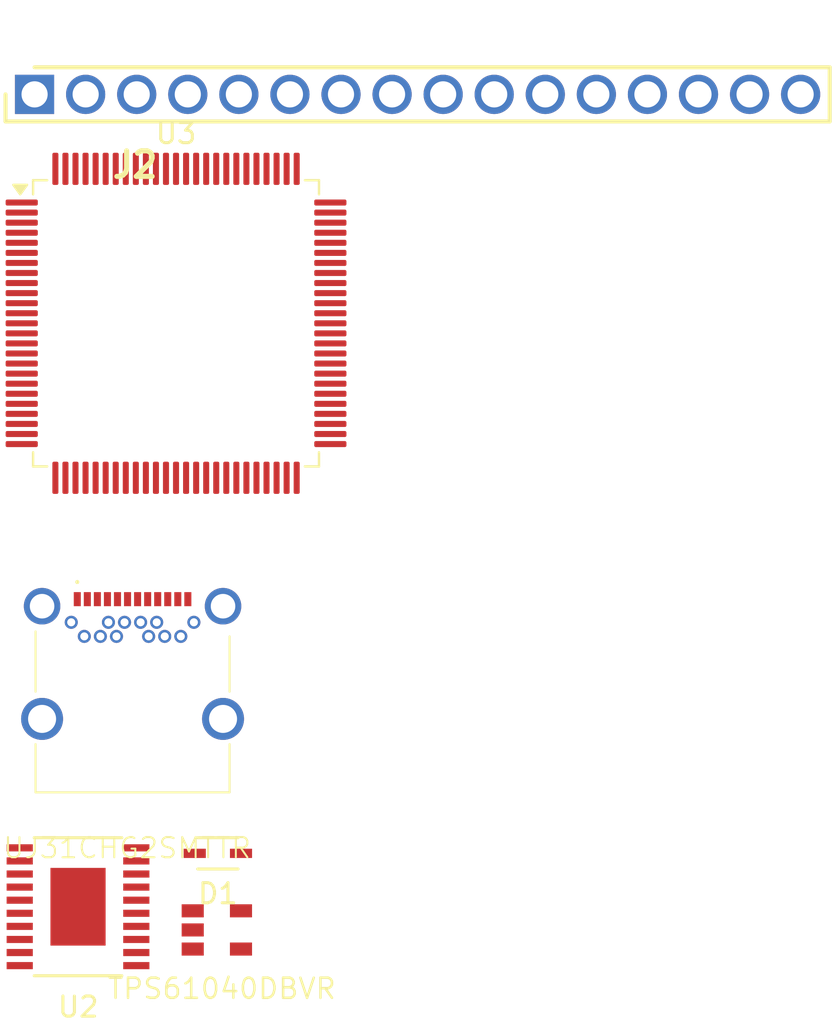
<source format=kicad_pcb>
(kicad_pcb (version 20241229) (generator "pcbnew") (generator_version "9.0")
  (layers (0 "F.Cu" signal) (2 "B.Cu" signal) (13 "F.Paste" user) (15 "B.Paste" user) (5 "F.SilkS" user "F.Silkscreen") (7 "B.SilkS" user "B.Silkscreen") (1 "F.Mask" user) (3 "B.Mask" user) (25 "Edge.Cuts" user))
  (net 0 "")
  (net 1 "VCC_12V")
  (net 2 "Net-(U1-SW)")
  (net 5 "GND")
  (net 7 "Net-(J1-CC1)")
  (net 8 "/USB_OTG_FS_DP")
  (net 9 "VBUS")
  (net 11 "/USB_OTG_FS_DN")
  (net 12 "Net-(J1-CC2)")
  (net 13 "+5V")
  (net 15 "Net-(U1-FB)")
  (net 16 "+3V31")
  (net 17 "Net-(U2-BYP2)")
  (net 19 "Net-(U2-BYP1)")
  (net 23 "Net-(U2-PWRGD1)")
  (net 24 "Net-(U2-ADJ1)")
  (net 26 "+1V22")
  (net 27 "Net-(U2-PWRGD2)")
  (net 56 "Net-(U3-VSS-Pad10)")
  (footprint "Custom:CUS10S40H3F" (layer "F.Cu") (at 37.351199 82.245201)
    (property "Reference" "D1" (at 0 2 0) (layer "F.SilkS"))
    (property "Value" "CUS10S40H3F" (hide yes))
    (fp_line (start -1.002 0.777) (end 1.002 0.777) (stroke (width 0.1524)) (layer "F.SilkS"))
    (fp_line (start 1.002 -0.777) (end -1.002 -0.777) (stroke (width 0.1524)) (layer "F.SilkS"))
    (pad "1" smd rect (at -1.15 0) (size 1.099999 0.46) (layers "F.Cu" "F.Mask" "F.Paste") (net 1 "VCC_12V"))
    (pad "2" smd rect (at 1.15 0) (size 1.099999 0.46) (layers "F.Cu" "F.Mask" "F.Paste") (net 2 "Net-(U1-SW)"))
  )
  (footprint "Package_QFP:LQFP-100_14x14mm_P0.5mm" (layer "F.Cu") (at 35.269999 55.910001)
    (property "Reference" "U3" (at 0 -9.43 0) (layer "F.SilkS"))
    (property "Value" "STM32F407VGTx")
    (fp_line (start -7.11 -7.11) (end -6.41 -7.11) (stroke (width 0.12)) (layer "F.SilkS"))
    (fp_line (start -7.11 -6.41) (end -7.11 -7.11) (stroke (width 0.12)) (layer "F.SilkS"))
    (fp_line (start -7.11 7.11) (end -7.11 6.41) (stroke (width 0.12)) (layer "F.SilkS"))
    (fp_line (start -6.41 7.11) (end -7.11 7.11) (stroke (width 0.12)) (layer "F.SilkS"))
    (fp_line (start 6.41 -7.11) (end 7.11 -7.11) (stroke (width 0.12)) (layer "F.SilkS"))
    (fp_line (start 7.11 -7.11) (end 7.11 -6.41) (stroke (width 0.12)) (layer "F.SilkS"))
    (fp_line (start 7.11 6.41) (end 7.11 7.11) (stroke (width 0.12)) (layer "F.SilkS"))
    (fp_line (start 7.11 7.11) (end 6.41 7.11) (stroke (width 0.12)) (layer "F.SilkS"))
    (fp_poly (pts (xy -7.75 -6.41) (xy -8.09 -6.88) (xy -7.41 -6.88)) (stroke (width 0.12)) (fill yes) (layer "F.SilkS"))
    (pad "1" smd roundrect (at -7.675 -6) (size 1.6 0.3) (layers "F.Cu" "F.Mask" "F.Paste"))
    (pad "2" smd roundrect (at -7.675 -5.5) (size 1.6 0.3) (layers "F.Cu" "F.Mask" "F.Paste"))
    (pad "3" smd roundrect (at -7.675 -5) (size 1.6 0.3) (layers "F.Cu" "F.Mask" "F.Paste"))
    (pad "4" smd roundrect (at -7.675 -4.5) (size 1.6 0.3) (layers "F.Cu" "F.Mask" "F.Paste"))
    (pad "5" smd roundrect (at -7.675 -4) (size 1.6 0.3) (layers "F.Cu" "F.Mask" "F.Paste"))
    (pad "6" smd roundrect (at -7.675 -3.5) (size 1.6 0.3) (layers "F.Cu" "F.Mask" "F.Paste"))
    (pad "7" smd roundrect (at -7.675 -3) (size 1.6 0.3) (layers "F.Cu" "F.Mask" "F.Paste"))
    (pad "8" smd roundrect (at -7.675 -2.5) (size 1.6 0.3) (layers "F.Cu" "F.Mask" "F.Paste"))
    (pad "9" smd roundrect (at -7.675 -2) (size 1.6 0.3) (layers "F.Cu" "F.Mask" "F.Paste"))
    (pad "10" smd roundrect (at -7.675 -1.5) (size 1.6 0.3) (layers "F.Cu" "F.Mask" "F.Paste") (net 56 "Net-(U3-VSS-Pad10)"))
    (pad "11" smd roundrect (at -7.675 -1) (size 1.6 0.3) (layers "F.Cu" "F.Mask" "F.Paste"))
    (pad "12" smd roundrect (at -7.675 -0.5) (size 1.6 0.3) (layers "F.Cu" "F.Mask" "F.Paste"))
    (pad "13" smd roundrect (at -7.675 0) (size 1.6 0.3) (layers "F.Cu" "F.Mask" "F.Paste"))
    (pad "14" smd roundrect (at -7.675 0.5) (size 1.6 0.3) (layers "F.Cu" "F.Mask" "F.Paste"))
    (pad "15" smd roundrect (at -7.675 1) (size 1.6 0.3) (layers "F.Cu" "F.Mask" "F.Paste"))
    (pad "16" smd roundrect (at -7.675 1.5) (size 1.6 0.3) (layers "F.Cu" "F.Mask" "F.Paste"))
    (pad "17" smd roundrect (at -7.675 2) (size 1.6 0.3) (layers "F.Cu" "F.Mask" "F.Paste"))
    (pad "18" smd roundrect (at -7.675 2.5) (size 1.6 0.3) (layers "F.Cu" "F.Mask" "F.Paste"))
    (pad "19" smd roundrect (at -7.675 3) (size 1.6 0.3) (layers "F.Cu" "F.Mask" "F.Paste"))
    (pad "20" smd roundrect (at -7.675 3.5) (size 1.6 0.3) (layers "F.Cu" "F.Mask" "F.Paste"))
    (pad "21" smd roundrect (at -7.675 4) (size 1.6 0.3) (layers "F.Cu" "F.Mask" "F.Paste"))
    (pad "22" smd roundrect (at -7.675 4.5) (size 1.6 0.3) (layers "F.Cu" "F.Mask" "F.Paste"))
    (pad "23" smd roundrect (at -7.675 5) (size 1.6 0.3) (layers "F.Cu" "F.Mask" "F.Paste"))
    (pad "24" smd roundrect (at -7.675 5.5) (size 1.6 0.3) (layers "F.Cu" "F.Mask" "F.Paste"))
    (pad "25" smd roundrect (at -7.675 6) (size 1.6 0.3) (layers "F.Cu" "F.Mask" "F.Paste"))
    (pad "26" smd roundrect (at -6 7.675) (size 0.3 1.6) (layers "F.Cu" "F.Mask" "F.Paste"))
    (pad "27" smd roundrect (at -5.5 7.675) (size 0.3 1.6) (layers "F.Cu" "F.Mask" "F.Paste") (net 56 "Net-(U3-VSS-Pad10)"))
    (pad "28" smd roundrect (at -5 7.675) (size 0.3 1.6) (layers "F.Cu" "F.Mask" "F.Paste"))
    (pad "29" smd roundrect (at -4.5 7.675) (size 0.3 1.6) (layers "F.Cu" "F.Mask" "F.Paste"))
    (pad "30" smd roundrect (at -4 7.675) (size 0.3 1.6) (layers "F.Cu" "F.Mask" "F.Paste"))
    (pad "31" smd roundrect (at -3.5 7.675) (size 0.3 1.6) (layers "F.Cu" "F.Mask" "F.Paste"))
    (pad "32" smd roundrect (at -3 7.675) (size 0.3 1.6) (layers "F.Cu" "F.Mask" "F.Paste"))
    (pad "33" smd roundrect (at -2.5 7.675) (size 0.3 1.6) (layers "F.Cu" "F.Mask" "F.Paste"))
    (pad "34" smd roundrect (at -2 7.675) (size 0.3 1.6) (layers "F.Cu" "F.Mask" "F.Paste"))
    (pad "35" smd roundrect (at -1.5 7.675) (size 0.3 1.6) (layers "F.Cu" "F.Mask" "F.Paste"))
    (pad "36" smd roundrect (at -1 7.675) (size 0.3 1.6) (layers "F.Cu" "F.Mask" "F.Paste"))
    (pad "37" smd roundrect (at -0.5 7.675) (size 0.3 1.6) (layers "F.Cu" "F.Mask" "F.Paste"))
    (pad "38" smd roundrect (at 0 7.675) (size 0.3 1.6) (layers "F.Cu" "F.Mask" "F.Paste"))
    (pad "39" smd roundrect (at 0.5 7.675) (size 0.3 1.6) (layers "F.Cu" "F.Mask" "F.Paste"))
    (pad "40" smd roundrect (at 1 7.675) (size 0.3 1.6) (layers "F.Cu" "F.Mask" "F.Paste"))
    (pad "41" smd roundrect (at 1.5 7.675) (size 0.3 1.6) (layers "F.Cu" "F.Mask" "F.Paste"))
    (pad "42" smd roundrect (at 2 7.675) (size 0.3 1.6) (layers "F.Cu" "F.Mask" "F.Paste"))
    (pad "43" smd roundrect (at 2.5 7.675) (size 0.3 1.6) (layers "F.Cu" "F.Mask" "F.Paste"))
    (pad "44" smd roundrect (at 3 7.675) (size 0.3 1.6) (layers "F.Cu" "F.Mask" "F.Paste"))
    (pad "45" smd roundrect (at 3.5 7.675) (size 0.3 1.6) (layers "F.Cu" "F.Mask" "F.Paste"))
    (pad "46" smd roundrect (at 4 7.675) (size 0.3 1.6) (layers "F.Cu" "F.Mask" "F.Paste"))
    (pad "47" smd roundrect (at 4.5 7.675) (size 0.3 1.6) (layers "F.Cu" "F.Mask" "F.Paste"))
    (pad "48" smd roundrect (at 5 7.675) (size 0.3 1.6) (layers "F.Cu" "F.Mask" "F.Paste"))
    (pad "49" smd roundrect (at 5.5 7.675) (size 0.3 1.6) (layers "F.Cu" "F.Mask" "F.Paste"))
    (pad "50" smd roundrect (at 6 7.675) (size 0.3 1.6) (layers "F.Cu" "F.Mask" "F.Paste"))
    (pad "51" smd roundrect (at 7.675 6) (size 1.6 0.3) (layers "F.Cu" "F.Mask" "F.Paste"))
    (pad "52" smd roundrect (at 7.675 5.5) (size 1.6 0.3) (layers "F.Cu" "F.Mask" "F.Paste"))
    (pad "53" smd roundrect (at 7.675 5) (size 1.6 0.3) (layers "F.Cu" "F.Mask" "F.Paste"))
    (pad "54" smd roundrect (at 7.675 4.5) (size 1.6 0.3) (layers "F.Cu" "F.Mask" "F.Paste"))
    (pad "55" smd roundrect (at 7.675 4) (size 1.6 0.3) (layers "F.Cu" "F.Mask" "F.Paste"))
    (pad "56" smd roundrect (at 7.675 3.5) (size 1.6 0.3) (layers "F.Cu" "F.Mask" "F.Paste"))
    (pad "57" smd roundrect (at 7.675 3) (size 1.6 0.3) (layers "F.Cu" "F.Mask" "F.Paste"))
    (pad "58" smd roundrect (at 7.675 2.5) (size 1.6 0.3) (layers "F.Cu" "F.Mask" "F.Paste"))
    (pad "59" smd roundrect (at 7.675 2) (size 1.6 0.3) (layers "F.Cu" "F.Mask" "F.Paste"))
    (pad "60" smd roundrect (at 7.675 1.5) (size 1.6 0.3) (layers "F.Cu" "F.Mask" "F.Paste"))
    (pad "61" smd roundrect (at 7.675 1) (size 1.6 0.3) (layers "F.Cu" "F.Mask" "F.Paste"))
    (pad "62" smd roundrect (at 7.675 0.5) (size 1.6 0.3) (layers "F.Cu" "F.Mask" "F.Paste"))
    (pad "63" smd roundrect (at 7.675 0) (size 1.6 0.3) (layers "F.Cu" "F.Mask" "F.Paste"))
    (pad "64" smd roundrect (at 7.675 -0.5) (size 1.6 0.3) (layers "F.Cu" "F.Mask" "F.Paste"))
    (pad "65" smd roundrect (at 7.675 -1) (size 1.6 0.3) (layers "F.Cu" "F.Mask" "F.Paste"))
    (pad "66" smd roundrect (at 7.675 -1.5) (size 1.6 0.3) (layers "F.Cu" "F.Mask" "F.Paste"))
    (pad "67" smd roundrect (at 7.675 -2) (size 1.6 0.3) (layers "F.Cu" "F.Mask" "F.Paste"))
    (pad "68" smd roundrect (at 7.675 -2.5) (size 1.6 0.3) (layers "F.Cu" "F.Mask" "F.Paste"))
    (pad "69" smd roundrect (at 7.675 -3) (size 1.6 0.3) (layers "F.Cu" "F.Mask" "F.Paste"))
    (pad "70" smd roundrect (at 7.675 -3.5) (size 1.6 0.3) (layers "F.Cu" "F.Mask" "F.Paste"))
    (pad "71" smd roundrect (at 7.675 -4) (size 1.6 0.3) (layers "F.Cu" "F.Mask" "F.Paste"))
    (pad "72" smd roundrect (at 7.675 -4.5) (size 1.6 0.3) (layers "F.Cu" "F.Mask" "F.Paste"))
    (pad "73" smd roundrect (at 7.675 -5) (size 1.6 0.3) (layers "F.Cu" "F.Mask" "F.Paste"))
    (pad "74" smd roundrect (at 7.675 -5.5) (size 1.6 0.3) (layers "F.Cu" "F.Mask" "F.Paste") (net 56 "Net-(U3-VSS-Pad10)"))
    (pad "75" smd roundrect (at 7.675 -6) (size 1.6 0.3) (layers "F.Cu" "F.Mask" "F.Paste"))
    (pad "76" smd roundrect (at 6 -7.675) (size 0.3 1.6) (layers "F.Cu" "F.Mask" "F.Paste"))
    (pad "77" smd roundrect (at 5.5 -7.675) (size 0.3 1.6) (layers "F.Cu" "F.Mask" "F.Paste"))
    (pad "78" smd roundrect (at 5 -7.675) (size 0.3 1.6) (layers "F.Cu" "F.Mask" "F.Paste"))
    (pad "79" smd roundrect (at 4.5 -7.675) (size 0.3 1.6) (layers "F.Cu" "F.Mask" "F.Paste"))
    (pad "80" smd roundrect (at 4 -7.675) (size 0.3 1.6) (layers "F.Cu" "F.Mask" "F.Paste"))
    (pad "81" smd roundrect (at 3.5 -7.675) (size 0.3 1.6) (layers "F.Cu" "F.Mask" "F.Paste"))
    (pad "82" smd roundrect (at 3 -7.675) (size 0.3 1.6) (layers "F.Cu" "F.Mask" "F.Paste"))
    (pad "83" smd roundrect (at 2.5 -7.675) (size 0.3 1.6) (layers "F.Cu" "F.Mask" "F.Paste"))
    (pad "84" smd roundrect (at 2 -7.675) (size 0.3 1.6) (layers "F.Cu" "F.Mask" "F.Paste"))
    (pad "85" smd roundrect (at 1.5 -7.675) (size 0.3 1.6) (layers "F.Cu" "F.Mask" "F.Paste"))
    (pad "86" smd roundrect (at 1 -7.675) (size 0.3 1.6) (layers "F.Cu" "F.Mask" "F.Paste"))
    (pad "87" smd roundrect (at 0.5 -7.675) (size 0.3 1.6) (layers "F.Cu" "F.Mask" "F.Paste"))
    (pad "88" smd roundrect (at 0 -7.675) (size 0.3 1.6) (layers "F.Cu" "F.Mask" "F.Paste"))
    (pad "89" smd roundrect (at -0.5 -7.675) (size 0.3 1.6) (layers "F.Cu" "F.Mask" "F.Paste"))
    (pad "90" smd roundrect (at -1 -7.675) (size 0.3 1.6) (layers "F.Cu" "F.Mask" "F.Paste"))
    (pad "91" smd roundrect (at -1.5 -7.675) (size 0.3 1.6) (layers "F.Cu" "F.Mask" "F.Paste"))
    (pad "92" smd roundrect (at -2 -7.675) (size 0.3 1.6) (layers "F.Cu" "F.Mask" "F.Paste"))
    (pad "93" smd roundrect (at -2.5 -7.675) (size 0.3 1.6) (layers "F.Cu" "F.Mask" "F.Paste"))
    (pad "94" smd roundrect (at -3 -7.675) (size 0.3 1.6) (layers "F.Cu" "F.Mask" "F.Paste"))
    (pad "95" smd roundrect (at -3.5 -7.675) (size 0.3 1.6) (layers "F.Cu" "F.Mask" "F.Paste"))
    (pad "96" smd roundrect (at -4 -7.675) (size 0.3 1.6) (layers "F.Cu" "F.Mask" "F.Paste"))
    (pad "97" smd roundrect (at -4.5 -7.675) (size 0.3 1.6) (layers "F.Cu" "F.Mask" "F.Paste"))
    (pad "98" smd roundrect (at -5 -7.675) (size 0.3 1.6) (layers "F.Cu" "F.Mask" "F.Paste"))
    (pad "99" smd roundrect (at -5.5 -7.675) (size 0.3 1.6) (layers "F.Cu" "F.Mask" "F.Paste") (net 56 "Net-(U3-VSS-Pad10)"))
    (pad "100" smd roundrect (at -6 -7.675) (size 0.3 1.6) (layers "F.Cu" "F.Mask" "F.Paste"))
  )
  (footprint "Custom:61301611121" (layer "F.Cu") (at 28.234999 44.535001)
    (property "Reference" "J2" (at 5 3.5 0) (layer "F.SilkS") (effects (font (size 1.27 1.27) (thickness 0.254))))
    (property "Value" "61301611121" (hide yes))
    (fp_line (start -1.445 0) (end -1.445 1.345) (stroke (width 0.2)) (layer "F.SilkS"))
    (fp_line (start -1.445 1.345) (end 39.545 1.345) (stroke (width 0.2)) (layer "F.SilkS"))
    (fp_line (start 39.545 -1.345) (end 0 -1.345) (stroke (width 0.2)) (layer "F.SilkS"))
    (fp_line (start 39.545 1.345) (end 39.545 -1.345) (stroke (width 0.2)) (layer "F.SilkS"))
    (pad "1" thru_hole rect (at 0 0) (size 1.95 1.95) (drill 1.3) (layers "*.Cu" "*.Mask"))
    (pad "2" thru_hole circle (at 2.54 0) (size 1.95 1.95) (drill 1.3) (layers "*.Cu" "*.Mask"))
    (pad "3" thru_hole circle (at 5.08 0) (size 1.95 1.95) (drill 1.3) (layers "*.Cu" "*.Mask"))
    (pad "4" thru_hole circle (at 7.62 0) (size 1.95 1.95) (drill 1.3) (layers "*.Cu" "*.Mask"))
    (pad "5" thru_hole circle (at 10.16 0) (size 1.95 1.95) (drill 1.3) (layers "*.Cu" "*.Mask"))
    (pad "6" thru_hole circle (at 12.7 0) (size 1.95 1.95) (drill 1.3) (layers "*.Cu" "*.Mask"))
    (pad "7" thru_hole circle (at 15.24 0) (size 1.95 1.95) (drill 1.3) (layers "*.Cu" "*.Mask"))
    (pad "8" thru_hole circle (at 17.78 0) (size 1.95 1.95) (drill 1.3) (layers "*.Cu" "*.Mask"))
    (pad "9" thru_hole circle (at 20.32 0) (size 1.95 1.95) (drill 1.3) (layers "*.Cu" "*.Mask"))
    (pad "10" thru_hole circle (at 22.86 0) (size 1.95 1.95) (drill 1.3) (layers "*.Cu" "*.Mask"))
    (pad "11" thru_hole circle (at 25.4 0) (size 1.95 1.95) (drill 1.3) (layers "*.Cu" "*.Mask"))
    (pad "12" thru_hole circle (at 27.94 0) (size 1.95 1.95) (drill 1.3) (layers "*.Cu" "*.Mask"))
    (pad "13" thru_hole circle (at 30.48 0) (size 1.95 1.95) (drill 1.3) (layers "*.Cu" "*.Mask"))
    (pad "14" thru_hole circle (at 33.02 0) (size 1.95 1.95) (drill 1.3) (layers "*.Cu" "*.Mask"))
    (pad "15" thru_hole circle (at 35.56 0) (size 1.95 1.95) (drill 1.3) (layers "*.Cu" "*.Mask"))
    (pad "16" thru_hole circle (at 38.1 0) (size 1.95 1.95) (drill 1.3) (layers "*.Cu" "*.Mask"))
  )
  (footprint "Custom:UJ31CHG2SMTTR" (layer "F.Cu") (at 33.107999 75.565001)
    (property "Reference" "J1" (hide yes))
    (property "Value" "UJ31CHG2SMTTR" (hide yes))
    (fp_line (start -4.825 -4.35) (end -4.825 -1.35) (stroke (width 0.1)) (layer "F.SilkS"))
    (fp_line (start -4.825 1.25) (end -4.825 3.65) (stroke (width 0.1)) (layer "F.SilkS"))
    (fp_line (start -4.825 3.65) (end 4.825 3.65) (stroke (width 0.1)) (layer "F.SilkS"))
    (fp_line (start -2.75 -6.85) (end -2.75 -6.85) (stroke (width 0.1)) (layer "F.SilkS"))
    (fp_line (start -2.75 -6.75) (end -2.75 -6.75) (stroke (width 0.1)) (layer "F.SilkS"))
    (fp_line (start 4.825 -4.1) (end 4.825 -1.35) (stroke (width 0.1)) (layer "F.SilkS"))
    (fp_line (start 4.825 3.65) (end 4.825 1.25) (stroke (width 0.1)) (layer "F.SilkS"))
    (fp_arc (start -2.75 -6.85) (mid -2.7 -6.8) (end -2.75 -6.75) (stroke (width 0.1)) (layer "F.SilkS"))
    (fp_arc (start -2.75 -6.75) (mid -2.8 -6.8) (end -2.75 -6.85) (stroke (width 0.1)) (layer "F.SilkS"))
    (fp_text user "UJ31CHG2SMTTR" (at -6.5 7 0) (layer "F.SilkS") (effects (font (thickness 0.1)) (justify left bottom)))
    (pad "" np_thru_hole circle (at -3.725 -4.1) (size 0.65 0.65) (drill 0.65) (layers "*.Cu" "*.Mask"))
    (pad "" np_thru_hole circle (at 3.725 -4.1) (size 1.15 1.15) (drill 1.15) (layers "*.Cu" "*.Mask"))
    (pad "A1" smd rect (at -2.75 -5.95) (size 0.35 0.7) (layers "F.Cu" "F.Mask" "F.Paste") (net 5 "GND"))
    (pad "A2" smd rect (at -2.25 -5.95) (size 0.35 0.7) (layers "F.Cu" "F.Mask" "F.Paste"))
    (pad "A3" smd rect (at -1.75 -5.95) (size 0.35 0.7) (layers "F.Cu" "F.Mask" "F.Paste"))
    (pad "A4" smd rect (at -1.25 -5.95) (size 0.35 0.7) (layers "F.Cu" "F.Mask" "F.Paste") (net 9 "VBUS"))
    (pad "A5" smd rect (at -0.75 -5.95) (size 0.35 0.7) (layers "F.Cu" "F.Mask" "F.Paste") (net 7 "Net-(J1-CC1)"))
    (pad "A6" smd rect (at -0.25 -5.95) (size 0.35 0.7) (layers "F.Cu" "F.Mask" "F.Paste") (net 8 "/USB_OTG_FS_DP"))
    (pad "A7" smd rect (at 0.25 -5.95) (size 0.35 0.7) (layers "F.Cu" "F.Mask" "F.Paste") (net 11 "/USB_OTG_FS_DN"))
    (pad "A8" smd rect (at 0.75 -5.95) (size 0.35 0.7) (layers "F.Cu" "F.Mask" "F.Paste"))
    (pad "A9" smd rect (at 1.25 -5.95) (size 0.35 0.7) (layers "F.Cu" "F.Mask" "F.Paste") (net 9 "VBUS"))
    (pad "A10" smd rect (at 1.75 -5.95) (size 0.35 0.7) (layers "F.Cu" "F.Mask" "F.Paste"))
    (pad "A11" smd rect (at 2.25 -5.95) (size 0.35 0.7) (layers "F.Cu" "F.Mask" "F.Paste"))
    (pad "A12" smd rect (at 2.75 -5.95) (size 0.35 0.7) (layers "F.Cu" "F.Mask" "F.Paste") (net 5 "GND"))
    (pad "B1" thru_hole circle (at 3.05 -4.8) (size 0.65 0.65) (drill 0.4) (layers "*.Cu" "*.Mask") (net 5 "GND"))
    (pad "B2" thru_hole circle (at 2.4 -4.1) (size 0.65 0.65) (drill 0.4) (layers "*.Cu" "*.Mask"))
    (pad "B3" thru_hole circle (at 1.6 -4.1) (size 0.65 0.65) (drill 0.4) (layers "*.Cu" "*.Mask"))
    (pad "B4" thru_hole circle (at 1.2 -4.8) (size 0.65 0.65) (drill 0.4) (layers "*.Cu" "*.Mask") (net 9 "VBUS"))
    (pad "B5" thru_hole circle (at 0.8 -4.1) (size 0.65 0.65) (drill 0.4) (layers "*.Cu" "*.Mask") (net 12 "Net-(J1-CC2)"))
    (pad "B6" thru_hole circle (at 0.4 -4.8) (size 0.65 0.65) (drill 0.4) (layers "*.Cu" "*.Mask") (net 8 "/USB_OTG_FS_DP"))
    (pad "B7" thru_hole circle (at -0.4 -4.8) (size 0.65 0.65) (drill 0.4) (layers "*.Cu" "*.Mask") (net 11 "/USB_OTG_FS_DN"))
    (pad "B8" thru_hole circle (at -0.8 -4.1) (size 0.65 0.65) (drill 0.4) (layers "*.Cu" "*.Mask"))
    (pad "B9" thru_hole circle (at -1.2 -4.8) (size 0.65 0.65) (drill 0.4) (layers "*.Cu" "*.Mask") (net 9 "VBUS"))
    (pad "B10" thru_hole circle (at -1.6 -4.1) (size 0.65 0.65) (drill 0.4) (layers "*.Cu" "*.Mask"))
    (pad "B11" thru_hole circle (at -2.4 -4.1) (size 0.65 0.65) (drill 0.4) (layers "*.Cu" "*.Mask"))
    (pad "B12" thru_hole circle (at -3.05 -4.8) (size 0.65 0.65) (drill 0.4) (layers "*.Cu" "*.Mask") (net 5 "GND"))
    (pad "S1" thru_hole circle (at -4.5 -5.6) (size 1.815 1.815) (drill 1.22) (layers "*.Cu" "*.Mask") (net 5 "GND"))
    (pad "S2" thru_hole circle (at -4.5 0) (size 2.085 2.085) (drill 1.393) (layers "*.Cu" "*.Mask") (net 5 "GND"))
    (pad "S3" thru_hole circle (at 4.5 0) (size 2.085 2.085) (drill 1.393) (layers "*.Cu" "*.Mask") (net 5 "GND"))
    (pad "S4" thru_hole circle (at 4.5 -5.6) (size 1.815 1.815) (drill 1.22) (layers "*.Cu" "*.Mask") (net 5 "GND"))
  )
  (footprint "Custom:TPS61040DBVR" (layer "F.Cu") (at 37.3 86.050002)
    (property "Reference" "U1" (hide yes))
    (property "Value" "TPS61040DBVR" (hide yes))
    (fp_text user "TPS61040DBVR" (at -5.5 3.5 0) (layer "F.SilkS") (effects (font (thickness 0.125)) (justify left bottom)))
    (pad "1" smd rect (at -1.2 -0.950001 90) (size 0.650001 1.1) (layers "F.Cu" "F.Mask" "F.Paste") (net 2 "Net-(U1-SW)"))
    (pad "2" smd rect (at -1.2 0 90) (size 0.650001 1.1) (layers "F.Cu" "F.Mask" "F.Paste") (net 5 "GND"))
    (pad "3" smd rect (at -1.2 0.949998 90) (size 0.650001 1.1) (layers "F.Cu" "F.Mask" "F.Paste") (net 15 "Net-(U1-FB)"))
    (pad "4" smd rect (at 1.2 0.949998 90) (size 0.650001 1.1) (layers "F.Cu" "F.Mask" "F.Paste") (net 13 "+5V"))
    (pad "5" smd rect (at 1.2 -0.950001 90) (size 0.650001 1.1) (layers "F.Cu" "F.Mask" "F.Paste") (net 13 "+5V"))
  )
  (footprint "Custom:LT8302ES8ETRPBF" (layer "F.Cu") (at 30.395598 84.897201)
    (property "Reference" "U2" (at 0.01 4.98 0) (layer "F.SilkS"))
    (property "Value" "LT3030EFETRPBF" (hide yes))
    (fp_line (start -2.17896 3.429) (end 2.17896 3.429) (stroke (width 0.1524)) (layer "F.SilkS"))
    (fp_line (start 2.17896 -3.429) (end -2.17896 -3.429) (stroke (width 0.1524)) (layer "F.SilkS"))
    (pad "1" smd rect (at -2.899148 -2.92608) (size 1.302499 0.3548) (layers "F.Cu" "F.Mask" "F.Paste") (net 24 "Net-(U2-ADJ1)"))
    (pad "2" smd rect (at -2.899148 -2.27584) (size 1.302499 0.3548) (layers "F.Cu" "F.Mask" "F.Paste") (net 19 "Net-(U2-BYP1)"))
    (pad "3" smd rect (at -2.899148 -1.6256) (size 1.302499 0.3548) (layers "F.Cu" "F.Mask" "F.Paste") (net 16 "+3V31"))
    (pad "4" smd rect (at -2.899148 -0.97536) (size 1.302499 0.3548) (layers "F.Cu" "F.Mask" "F.Paste") (net 16 "+3V31"))
    (pad "5" smd rect (at -2.899148 -0.32512) (size 1.302499 0.3548) (layers "F.Cu" "F.Mask" "F.Paste") (net 5 "GND"))
    (pad "6" smd rect (at -2.899148 0.32512) (size 1.302499 0.3548) (layers "F.Cu" "F.Mask" "F.Paste") (net 5 "GND"))
    (pad "7" smd rect (at -2.899148 0.97536) (size 1.302499 0.3548) (layers "F.Cu" "F.Mask" "F.Paste") (net 26 "+1V22"))
    (pad "8" smd rect (at -2.899148 1.6256) (size 1.302499 0.3548) (layers "F.Cu" "F.Mask" "F.Paste") (net 26 "+1V22"))
    (pad "9" smd rect (at -2.899148 2.27584) (size 1.302499 0.3548) (layers "F.Cu" "F.Mask" "F.Paste") (net 17 "Net-(U2-BYP2)"))
    (pad "10" smd rect (at -2.899148 2.92608) (size 1.302499 0.3548) (layers "F.Cu" "F.Mask" "F.Paste") (net 26 "+1V22"))
    (pad "11" smd rect (at 2.899148 2.92608) (size 1.302499 0.3548) (layers "F.Cu" "F.Mask" "F.Paste") (net 13 "+5V"))
    (pad "12" smd rect (at 2.899148 2.27584) (size 1.302499 0.3548) (layers "F.Cu" "F.Mask" "F.Paste") (net 27 "Net-(U2-PWRGD2)"))
    (pad "13" smd rect (at 2.899148 1.6256) (size 1.302499 0.3548) (layers "F.Cu" "F.Mask" "F.Paste") (net 13 "+5V"))
    (pad "14" smd rect (at 2.899148 0.97536) (size 1.302499 0.3548) (layers "F.Cu" "F.Mask" "F.Paste") (net 13 "+5V"))
    (pad "15" smd rect (at 2.899148 0.32512) (size 1.302499 0.3548) (layers "F.Cu" "F.Mask" "F.Paste") (net 5 "GND"))
    (pad "16" smd rect (at 2.899148 -0.32512) (size 1.302499 0.3548) (layers "F.Cu" "F.Mask" "F.Paste") (net 5 "GND"))
    (pad "17" smd rect (at 2.899148 -0.97536) (size 1.302499 0.3548) (layers "F.Cu" "F.Mask" "F.Paste") (net 13 "+5V"))
    (pad "18" smd rect (at 2.899148 -1.6256) (size 1.302499 0.3548) (layers "F.Cu" "F.Mask" "F.Paste") (net 13 "+5V"))
    (pad "19" smd rect (at 2.899148 -2.27584) (size 1.302499 0.3548) (layers "F.Cu" "F.Mask" "F.Paste") (net 23 "Net-(U2-PWRGD1)"))
    (pad "20" smd rect (at 2.899148 -2.92608) (size 1.302499 0.3548) (layers "F.Cu" "F.Mask" "F.Paste") (net 13 "+5V"))
    (pad "EPAD" smd rect (at 0 0) (size 2.7432 3.8608) (layers "F.Cu" "F.Mask"))
  )
)
</source>
